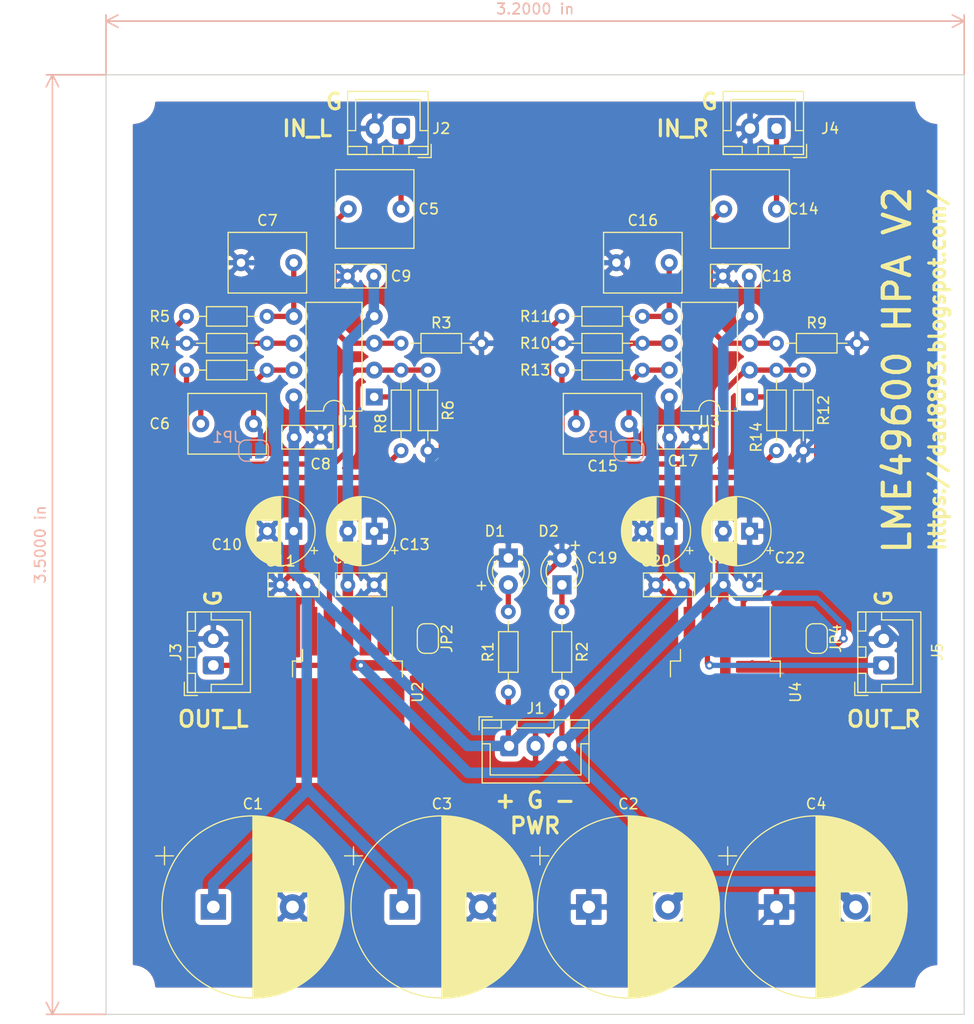
<source format=kicad_pcb>
(kicad_pcb (version 20171130) (host pcbnew "(5.1.4)-1")
  (layers (0 F.Cu signal) (31 B.Cu signal) (34 B.Paste user) (35 F.Paste user) (36 B.SilkS user) (37 F.SilkS user) (38 B.Mask user) (39 F.Mask user) (44 Edge.Cuts user))
  (net 0 "")
  (net 1 GNDA)
  (net 2 +9V)
  (net 3 -9V)
  (net 4 "Net-(C5-Pad2)")
  (net 5 "Net-(C5-Pad1)")
  (net 6 "Net-(C6-Pad2)")
  (net 7 "Net-(C6-Pad1)")
  (net 8 "Net-(C7-Pad2)")
  (net 9 "Net-(C14-Pad2)")
  (net 10 "Net-(C14-Pad1)")
  (net 11 "Net-(C15-Pad2)")
  (net 12 "Net-(C15-Pad1)")
  (net 13 "Net-(C16-Pad2)")
  (net 14 "Net-(D1-Pad2)")
  (net 15 "Net-(J3-Pad1)")
  (net 16 "Net-(J5-Pad1)")
  (net 17 "Net-(JP2-Pad1)")
  (net 18 "Net-(JP4-Pad1)")
  (net 19 "Net-(R6-Pad1)")
  (net 20 "Net-(R12-Pad1)")
  (net 21 "Net-(U1-Pad1)")
  (net 22 "Net-(U3-Pad1)")
  (net 23 "Net-(D2-Pad1)")
  (module Package_DIP:DIP-8_W7.62mm (layer F.Cu) (at 170.18 78.74 180)
    (fp_text reference U3 (at 3.81 -2.33) (layer F.SilkS))
    (fp_text value NJM4580)
    (pad 8 thru_hole oval (at 7.62 0 180) (size 1.6 1.6) (drill 0.8) (layers *.Cu *.Mask) (net 2 +9V))
    (pad 4 thru_hole oval (at 0 7.62 180) (size 1.6 1.6) (drill 0.8) (layers *.Cu *.Mask) (net 3 -9V))
    (pad 7 thru_hole oval (at 7.62 2.54 180) (size 1.6 1.6) (drill 0.8) (layers *.Cu *.Mask) (net 12 "Net-(C15-Pad1)"))
    (pad 3 thru_hole oval (at 0 5.08 180) (size 1.6 1.6) (drill 0.8) (layers *.Cu *.Mask) (net 10 "Net-(C14-Pad1)"))
    (pad 6 thru_hole oval (at 7.62 5.08 180) (size 1.6 1.6) (drill 0.8) (layers *.Cu *.Mask) (net 11 "Net-(C15-Pad2)"))
    (pad 2 thru_hole oval (at 0 2.54 180) (size 1.6 1.6) (drill 0.8) (layers *.Cu *.Mask) (net 20 "Net-(R12-Pad1)"))
    (pad 5 thru_hole oval (at 7.62 7.62 180) (size 1.6 1.6) (drill 0.8) (layers *.Cu *.Mask) (net 13 "Net-(C16-Pad2)"))
    (pad 1 thru_hole rect (at 0 0 180) (size 1.6 1.6) (drill 0.8) (layers *.Cu *.Mask) (net 22 "Net-(U3-Pad1)"))
  )
  (module Package_DIP:DIP-8_W7.62mm (layer F.Cu) (at 134.62 78.74 180)
    (fp_text reference U1 (at 2.54 -2.33) (layer F.SilkS))
    (fp_text value NJM4580)
    (pad 8 thru_hole oval (at 7.62 0 180) (size 1.6 1.6) (drill 0.8) (layers *.Cu *.Mask) (net 2 +9V))
    (pad 4 thru_hole oval (at 0 7.62 180) (size 1.6 1.6) (drill 0.8) (layers *.Cu *.Mask) (net 3 -9V))
    (pad 7 thru_hole oval (at 7.62 2.54 180) (size 1.6 1.6) (drill 0.8) (layers *.Cu *.Mask) (net 7 "Net-(C6-Pad1)"))
    (pad 3 thru_hole oval (at 0 5.08 180) (size 1.6 1.6) (drill 0.8) (layers *.Cu *.Mask) (net 5 "Net-(C5-Pad1)"))
    (pad 6 thru_hole oval (at 7.62 5.08 180) (size 1.6 1.6) (drill 0.8) (layers *.Cu *.Mask) (net 6 "Net-(C6-Pad2)"))
    (pad 2 thru_hole oval (at 0 2.54 180) (size 1.6 1.6) (drill 0.8) (layers *.Cu *.Mask) (net 19 "Net-(R6-Pad1)"))
    (pad 5 thru_hole oval (at 7.62 7.62 180) (size 1.6 1.6) (drill 0.8) (layers *.Cu *.Mask) (net 8 "Net-(C7-Pad2)"))
    (pad 1 thru_hole rect (at 0 0 180) (size 1.6 1.6) (drill 0.8) (layers *.Cu *.Mask) (net 21 "Net-(U1-Pad1)"))
  )
  (module Package_TO_SOT_SMD:TO-263-5_TabPin3 (layer F.Cu) (at 132.08 106.68 270)
    (fp_text reference U2 (at 0 -6.65 90) (layer F.SilkS))
    (fp_text value LME49600)
    (pad 3 smd rect (at 3.375 0 270) (size 9.4 10.8) (layers F.Cu F.Mask) (net 3 -9V))
    (pad 5 smd rect (at -5.775 3.4 270) (size 4.6 1.1) (layers F.Cu F.Paste F.Mask) (net 2 +9V))
    (pad 4 smd rect (at -5.775 1.7 270) (size 4.6 1.1) (layers F.Cu F.Paste F.Mask) (net 15 "Net-(J3-Pad1)"))
    (pad 3 smd rect (at -5.775 0 270) (size 4.6 1.1) (layers F.Cu F.Paste F.Mask) (net 3 -9V))
    (pad 2 smd rect (at -5.775 -1.7 270) (size 4.6 1.1) (layers F.Cu F.Paste F.Mask) (net 21 "Net-(U1-Pad1)"))
    (pad 1 smd rect (at -5.775 -3.4 270) (size 4.6 1.1) (layers F.Cu F.Paste F.Mask) (net 17 "Net-(JP2-Pad1)"))
  )
  (module Capacitor_THT:CP_Radial_D17.0mm_P7.50mm (layer F.Cu) (at 119.38 127)
    (fp_text reference C1 (at 3.75 -9.75) (layer F.SilkS))
    (fp_text value 470uF)
    (pad 2 thru_hole circle (at 7.5 0) (size 2.4 2.4) (drill 1.2) (layers *.Cu *.Mask) (net 1 GNDA))
    (pad 1 thru_hole rect (at 0 0) (size 2.4 2.4) (drill 1.2) (layers *.Cu *.Mask) (net 2 +9V))
  )
  (module Capacitor_THT:CP_Radial_D17.0mm_P7.50mm (layer F.Cu) (at 154.94 127)
    (fp_text reference C2 (at 3.75 -9.75) (layer F.SilkS))
    (fp_text value 470uF)
    (pad 2 thru_hole circle (at 7.5 0) (size 2.4 2.4) (drill 1.2) (layers *.Cu *.Mask) (net 3 -9V))
    (pad 1 thru_hole rect (at 0 0) (size 2.4 2.4) (drill 1.2) (layers *.Cu *.Mask) (net 1 GNDA))
  )
  (module Connector_JST:JST_XH_B3B-XH-A_1x03_P2.50mm_Vertical (layer F.Cu) (at 147.4 111.76)
    (fp_text reference J1 (at 2.5 -3.55) (layer F.SilkS))
    (fp_text value PWR_IN)
    (pad 3 thru_hole oval (at 5 0) (size 1.7 1.95) (drill 0.95) (layers *.Cu *.Mask) (net 3 -9V))
    (pad 2 thru_hole oval (at 2.5 0) (size 1.7 1.95) (drill 0.95) (layers *.Cu *.Mask) (net 1 GNDA))
    (pad 1 thru_hole roundrect (at 0 0) (size 1.7 1.95) (drill 0.95) (layers *.Cu *.Mask) (roundrect_rratio 0.147059) (net 2 +9V))
  )
  (module Capacitor_THT:CP_Radial_D17.0mm_P7.50mm (layer F.Cu) (at 137.28 127)
    (fp_text reference C3 (at 3.75 -9.75) (layer F.SilkS))
    (fp_text value 470uF)
    (pad 2 thru_hole circle (at 7.5 0) (size 2.4 2.4) (drill 1.2) (layers *.Cu *.Mask) (net 1 GNDA))
    (pad 1 thru_hole rect (at 0 0) (size 2.4 2.4) (drill 1.2) (layers *.Cu *.Mask) (net 2 +9V))
  )
  (module MountingHole:MountingHole_3.2mm_M3 (layer F.Cu) (at 111.76 134.62)
    (fp_text reference REF**)
    (fp_text value MountingHole_3.2mm_M3)
    (pad 1 np_thru_hole circle (at 0 0) (size 3.2 3.2) (drill 3.2) (layers *.Cu *.Mask))
  )
  (module MountingHole:MountingHole_3.2mm_M3 (layer F.Cu) (at 187.96 134.62)
    (fp_text reference REF** hide)
    (fp_text value MountingHole_3.2mm_M3)
    (pad 1 np_thru_hole circle (at 0 0) (size 3.2 3.2) (drill 3.2) (layers *.Cu *.Mask))
  )
  (module MountingHole:MountingHole_3.2mm_M3 (layer F.Cu) (at 187.96 50.8)
    (fp_text reference REF**)
    (fp_text value MountingHole_3.2mm_M3)
    (pad 1 np_thru_hole circle (at 0 0) (size 3.2 3.2) (drill 3.2) (layers *.Cu *.Mask))
  )
  (module MountingHole:MountingHole_3.2mm_M3 (layer F.Cu) (at 111.76 50.8)
    (fp_text reference REF**)
    (fp_text value MountingHole_3.2mm_M3)
    (pad 1 np_thru_hole circle (at 0 0) (size 3.2 3.2) (drill 3.2) (layers *.Cu *.Mask))
  )
  (module Connector_JST:JST_XH_B2B-XH-A_1x02_P2.50mm_Vertical (layer F.Cu) (at 172.72 53.34 180)
    (fp_text reference J4 (at -5.08 0) (layer F.SilkS))
    (fp_text value IN_R)
    (pad 2 thru_hole oval (at 2.5 0 180) (size 1.7 2) (drill 1) (layers *.Cu *.Mask) (net 1 GNDA))
    (pad 1 thru_hole roundrect (at 0 0 180) (size 1.7 2) (drill 1) (layers *.Cu *.Mask) (roundrect_rratio 0.147059) (net 9 "Net-(C14-Pad2)"))
  )
  (module Resistor_THT:R_Axial_DIN0204_L3.6mm_D1.6mm_P7.62mm_Horizontal (layer F.Cu) (at 152.4 76.2)
    (fp_text reference R13 (at -2.54 0) (layer F.SilkS))
    (fp_text value 1k)
    (pad 2 thru_hole oval (at 7.62 0) (size 1.4 1.4) (drill 0.7) (layers *.Cu *.Mask) (net 12 "Net-(C15-Pad1)"))
    (pad 1 thru_hole circle (at 0 0) (size 1.4 1.4) (drill 0.7) (layers *.Cu *.Mask) (net 20 "Net-(R12-Pad1)"))
  )
  (module Capacitor_THT:C_Rect_L7.2mm_W5.5mm_P5.00mm_FKS2_FKP2_MKS2_MKP2 (layer F.Cu) (at 123.19 81.28 180)
    (fp_text reference C6 (at 8.89 0) (layer F.SilkS))
    (fp_text value 1.0uF)
    (pad 2 thru_hole circle (at 5 0 180) (size 1.6 1.6) (drill 0.8) (layers *.Cu *.Mask) (net 6 "Net-(C6-Pad2)"))
    (pad 1 thru_hole circle (at 0 0 180) (size 1.6 1.6) (drill 0.8) (layers *.Cu *.Mask) (net 7 "Net-(C6-Pad1)"))
  )
  (module Resistor_THT:R_Axial_DIN0204_L3.6mm_D1.6mm_P7.62mm_Horizontal (layer F.Cu) (at 172.72 83.82 90)
    (fp_text reference R14 (at 1.27 -1.92 90) (layer F.SilkS))
    (fp_text value 1k)
    (pad 2 thru_hole oval (at 7.62 0 90) (size 1.4 1.4) (drill 0.7) (layers *.Cu *.Mask) (net 20 "Net-(R12-Pad1)"))
    (pad 1 thru_hole circle (at 0 0 90) (size 1.4 1.4) (drill 0.7) (layers *.Cu *.Mask) (net 16 "Net-(J5-Pad1)"))
  )
  (module Resistor_THT:R_Axial_DIN0204_L3.6mm_D1.6mm_P7.62mm_Horizontal (layer F.Cu) (at 175.26 76.2 270)
    (fp_text reference R12 (at 3.81 -1.92 90) (layer F.SilkS))
    (fp_text value 1k)
    (pad 2 thru_hole oval (at 7.62 0 270) (size 1.4 1.4) (drill 0.7) (layers *.Cu *.Mask) (net 1 GNDA))
    (pad 1 thru_hole circle (at 0 0 270) (size 1.4 1.4) (drill 0.7) (layers *.Cu *.Mask) (net 20 "Net-(R12-Pad1)"))
  )
  (module Resistor_THT:R_Axial_DIN0204_L3.6mm_D1.6mm_P7.62mm_Horizontal (layer F.Cu) (at 160.02 71.12 180)
    (fp_text reference R11 (at 10.16 0) (layer F.SilkS))
    (fp_text value 1M)
    (pad 2 thru_hole oval (at 7.62 0 180) (size 1.4 1.4) (drill 0.7) (layers *.Cu *.Mask) (net 16 "Net-(J5-Pad1)"))
    (pad 1 thru_hole circle (at 0 0 180) (size 1.4 1.4) (drill 0.7) (layers *.Cu *.Mask) (net 13 "Net-(C16-Pad2)"))
  )
  (module Resistor_THT:R_Axial_DIN0204_L3.6mm_D1.6mm_P7.62mm_Horizontal (layer F.Cu) (at 160.02 73.66 180)
    (fp_text reference R10 (at 10.16 0) (layer F.SilkS))
    (fp_text value 1M)
    (pad 2 thru_hole oval (at 7.62 0 180) (size 1.4 1.4) (drill 0.7) (layers *.Cu *.Mask) (net 1 GNDA))
    (pad 1 thru_hole circle (at 0 0 180) (size 1.4 1.4) (drill 0.7) (layers *.Cu *.Mask) (net 11 "Net-(C15-Pad2)"))
  )
  (module Resistor_THT:R_Axial_DIN0204_L3.6mm_D1.6mm_P7.62mm_Horizontal (layer F.Cu) (at 172.72 73.66)
    (fp_text reference R9 (at 3.81 -1.92) (layer F.SilkS))
    (fp_text value 47k)
    (pad 2 thru_hole oval (at 7.62 0) (size 1.4 1.4) (drill 0.7) (layers *.Cu *.Mask) (net 1 GNDA))
    (pad 1 thru_hole circle (at 0 0) (size 1.4 1.4) (drill 0.7) (layers *.Cu *.Mask) (net 10 "Net-(C14-Pad1)"))
  )
  (module Resistor_THT:R_Axial_DIN0204_L3.6mm_D1.6mm_P7.62mm_Horizontal (layer F.Cu) (at 137.16 83.82 90)
    (fp_text reference R8 (at 2.54 -1.92 90) (layer F.SilkS))
    (fp_text value 1k)
    (pad 2 thru_hole oval (at 7.62 0 90) (size 1.4 1.4) (drill 0.7) (layers *.Cu *.Mask) (net 19 "Net-(R6-Pad1)"))
    (pad 1 thru_hole circle (at 0 0 90) (size 1.4 1.4) (drill 0.7) (layers *.Cu *.Mask) (net 15 "Net-(J3-Pad1)"))
  )
  (module Resistor_THT:R_Axial_DIN0204_L3.6mm_D1.6mm_P7.62mm_Horizontal (layer F.Cu) (at 116.84 76.2)
    (fp_text reference R7 (at -2.54 0) (layer F.SilkS))
    (fp_text value 1k)
    (pad 2 thru_hole oval (at 7.62 0) (size 1.4 1.4) (drill 0.7) (layers *.Cu *.Mask) (net 7 "Net-(C6-Pad1)"))
    (pad 1 thru_hole circle (at 0 0) (size 1.4 1.4) (drill 0.7) (layers *.Cu *.Mask) (net 19 "Net-(R6-Pad1)"))
  )
  (module Resistor_THT:R_Axial_DIN0204_L3.6mm_D1.6mm_P7.62mm_Horizontal (layer F.Cu) (at 139.7 76.2 270)
    (fp_text reference R6 (at 3.81 -1.92 90) (layer F.SilkS))
    (fp_text value 1k)
    (pad 2 thru_hole oval (at 7.62 0 270) (size 1.4 1.4) (drill 0.7) (layers *.Cu *.Mask) (net 1 GNDA))
    (pad 1 thru_hole circle (at 0 0 270) (size 1.4 1.4) (drill 0.7) (layers *.Cu *.Mask) (net 19 "Net-(R6-Pad1)"))
  )
  (module Resistor_THT:R_Axial_DIN0204_L3.6mm_D1.6mm_P7.62mm_Horizontal (layer F.Cu) (at 124.46 71.12 180)
    (fp_text reference R5 (at 10.16 0) (layer F.SilkS))
    (fp_text value 1M)
    (pad 2 thru_hole oval (at 7.62 0 180) (size 1.4 1.4) (drill 0.7) (layers *.Cu *.Mask) (net 15 "Net-(J3-Pad1)"))
    (pad 1 thru_hole circle (at 0 0 180) (size 1.4 1.4) (drill 0.7) (layers *.Cu *.Mask) (net 8 "Net-(C7-Pad2)"))
  )
  (module Resistor_THT:R_Axial_DIN0204_L3.6mm_D1.6mm_P7.62mm_Horizontal (layer F.Cu) (at 124.46 73.66 180)
    (fp_text reference R4 (at 10.16 0) (layer F.SilkS))
    (fp_text value 1M)
    (pad 2 thru_hole oval (at 7.62 0 180) (size 1.4 1.4) (drill 0.7) (layers *.Cu *.Mask) (net 1 GNDA))
    (pad 1 thru_hole circle (at 0 0 180) (size 1.4 1.4) (drill 0.7) (layers *.Cu *.Mask) (net 6 "Net-(C6-Pad2)"))
  )
  (module Resistor_THT:R_Axial_DIN0204_L3.6mm_D1.6mm_P7.62mm_Horizontal (layer F.Cu) (at 137.16 73.66)
    (fp_text reference R3 (at 3.81 -1.92) (layer F.SilkS))
    (fp_text value 47k)
    (pad 2 thru_hole oval (at 7.62 0) (size 1.4 1.4) (drill 0.7) (layers *.Cu *.Mask) (net 1 GNDA))
    (pad 1 thru_hole circle (at 0 0) (size 1.4 1.4) (drill 0.7) (layers *.Cu *.Mask) (net 5 "Net-(C5-Pad1)"))
  )
  (module Resistor_THT:R_Axial_DIN0204_L3.6mm_D1.6mm_P7.62mm_Horizontal (layer F.Cu) (at 152.4 99.06 270)
    (fp_text reference R2 (at 3.81 -1.92 90) (layer F.SilkS))
    (fp_text value 1k)
    (pad 2 thru_hole oval (at 7.62 0 270) (size 1.4 1.4) (drill 0.7) (layers *.Cu *.Mask) (net 3 -9V))
    (pad 1 thru_hole circle (at 0 0 270) (size 1.4 1.4) (drill 0.7) (layers *.Cu *.Mask) (net 23 "Net-(D2-Pad1)"))
  )
  (module Resistor_THT:R_Axial_DIN0204_L3.6mm_D1.6mm_P7.62mm_Horizontal (layer F.Cu) (at 147.32 106.68 90)
    (fp_text reference R1 (at 3.81 -1.92 90) (layer F.SilkS))
    (fp_text value 1k)
    (pad 2 thru_hole oval (at 7.62 0 90) (size 1.4 1.4) (drill 0.7) (layers *.Cu *.Mask) (net 14 "Net-(D1-Pad2)"))
    (pad 1 thru_hole circle (at 0 0 90) (size 1.4 1.4) (drill 0.7) (layers *.Cu *.Mask) (net 2 +9V))
  )
  (module Connector_JST:JST_XH_B2B-XH-A_1x02_P2.50mm_Vertical (layer F.Cu) (at 137.16 53.34 180)
    (fp_text reference J2 (at -3.81 0) (layer F.SilkS))
    (fp_text value IN_L)
    (pad 2 thru_hole oval (at 2.5 0 180) (size 1.7 2) (drill 1) (layers *.Cu *.Mask) (net 1 GNDA))
    (pad 1 thru_hole roundrect (at 0 0 180) (size 1.7 2) (drill 1) (layers *.Cu *.Mask) (roundrect_rratio 0.147059) (net 4 "Net-(C5-Pad2)"))
  )
  (module Capacitor_THT:C_Rect_L4.6mm_W2.0mm_P2.50mm_MKS02_FKP02 (layer F.Cu) (at 170.18 96.52 180)
    (fp_text reference C21 (at 2.54 2.54) (layer F.SilkS))
    (fp_text value 0.1uF)
    (pad 2 thru_hole circle (at 2.5 0 180) (size 1.4 1.4) (drill 0.7) (layers *.Cu *.Mask) (net 3 -9V))
    (pad 1 thru_hole circle (at 0 0 180) (size 1.4 1.4) (drill 0.7) (layers *.Cu *.Mask) (net 1 GNDA))
  )
  (module Capacitor_THT:C_Rect_L4.6mm_W2.0mm_P2.50mm_MKS02_FKP02 (layer F.Cu) (at 132.08 67.31)
    (fp_text reference C9 (at 5.08 0) (layer F.SilkS))
    (fp_text value 0.1uF)
    (pad 2 thru_hole circle (at 2.5 0) (size 1.4 1.4) (drill 0.7) (layers *.Cu *.Mask) (net 3 -9V))
    (pad 1 thru_hole circle (at 0 0) (size 1.4 1.4) (drill 0.7) (layers *.Cu *.Mask) (net 1 GNDA))
  )
  (module Capacitor_THT:C_Rect_L7.2mm_W5.5mm_P5.00mm_FKS2_FKP2_MKS2_MKP2 (layer F.Cu) (at 122 66.04)
    (fp_text reference C7 (at 2.5 -4) (layer F.SilkS))
    (fp_text value 1.0uF)
    (pad 2 thru_hole circle (at 5 0) (size 1.6 1.6) (drill 0.8) (layers *.Cu *.Mask) (net 8 "Net-(C7-Pad2)"))
    (pad 1 thru_hole circle (at 0 0) (size 1.6 1.6) (drill 0.8) (layers *.Cu *.Mask) (net 1 GNDA))
  )
  (module Capacitor_THT:C_Rect_L4.6mm_W2.0mm_P2.50mm_MKS02_FKP02 (layer F.Cu) (at 167.64 67.31)
    (fp_text reference C18 (at 5.08 0) (layer F.SilkS))
    (fp_text value 0.1uF)
    (pad 2 thru_hole circle (at 2.5 0) (size 1.4 1.4) (drill 0.7) (layers *.Cu *.Mask) (net 3 -9V))
    (pad 1 thru_hole circle (at 0 0) (size 1.4 1.4) (drill 0.7) (layers *.Cu *.Mask) (net 1 GNDA))
  )
  (module Package_TO_SOT_SMD:TO-263-5_TabPin3 (layer F.Cu) (at 167.875 106.68 270)
    (fp_text reference U4 (at 0 -6.65 90) (layer F.SilkS))
    (fp_text value LME49600)
    (pad 3 smd rect (at 3.375 0 270) (size 9.4 10.8) (layers F.Cu F.Mask) (net 3 -9V))
    (pad 5 smd rect (at -5.775 3.4 270) (size 4.6 1.1) (layers F.Cu F.Paste F.Mask) (net 2 +9V))
    (pad 4 smd rect (at -5.775 1.7 270) (size 4.6 1.1) (layers F.Cu F.Paste F.Mask) (net 16 "Net-(J5-Pad1)"))
    (pad 3 smd rect (at -5.775 0 270) (size 4.6 1.1) (layers F.Cu F.Paste F.Mask) (net 3 -9V))
    (pad 2 smd rect (at -5.775 -1.7 270) (size 4.6 1.1) (layers F.Cu F.Paste F.Mask) (net 22 "Net-(U3-Pad1)"))
    (pad 1 smd rect (at -5.775 -3.4 270) (size 4.6 1.1) (layers F.Cu F.Paste F.Mask) (net 18 "Net-(JP4-Pad1)"))
  )
  (module Jumper:SolderJumper-2_P1.3mm_Open_RoundedPad1.0x1.5mm (layer F.Cu) (at 176.53 101.6 270)
    (fp_text reference JP4 (at 0 -1.8 90) (layer F.SilkS))
    (fp_text value SolderJumper_2_Open)
    (pad 2 smd custom (at 0.65 0 270) (size 1 0.5) (layers F.Cu F.Mask) (net 3 -9V) (options (clearance outline) (anchor rect)) (primitives (gr_circle (center 0 0.25) (end 0.5 0.25) (width 0)) (gr_circle (center 0 -0.25) (end 0.5 -0.25) (width 0)) (gr_poly (pts (xy 0 -0.75) (xy -0.5 -0.75) (xy -0.5 0.75) (xy 0 0.75)) (width 0))))
    (pad 1 smd custom (at -0.65 0 270) (size 1 0.5) (layers F.Cu F.Mask) (net 18 "Net-(JP4-Pad1)") (options (clearance outline) (anchor rect)) (primitives (gr_circle (center 0 0.25) (end 0.5 0.25) (width 0)) (gr_circle (center 0 -0.25) (end 0.5 -0.25) (width 0)) (gr_poly (pts (xy 0 -0.75) (xy 0.5 -0.75) (xy 0.5 0.75) (xy 0 0.75)) (width 0))))
  )
  (module Jumper:SolderJumper-2_P1.3mm_Open_RoundedPad1.0x1.5mm (layer B.Cu) (at 158.75 83.82 180)
    (fp_text reference JP3 (at 2.54 1.27) (layer B.SilkS) (effects (justify mirror)))
    (fp_text value SolderJumper_2_Open)
    (pad 2 smd custom (at 0.65 0 180) (size 1 0.5) (layers B.Cu B.Mask) (net 1 GNDA) (options (clearance outline) (anchor rect)) (primitives (gr_circle (center 0 -0.25) (end 0.5 -0.25) (width 0)) (gr_circle (center 0 0.25) (end 0.5 0.25) (width 0)) (gr_poly (pts (xy 0 0.75) (xy -0.5 0.75) (xy -0.5 -0.75) (xy 0 -0.75)) (width 0))))
    (pad 1 smd custom (at -0.65 0 180) (size 1 0.5) (layers B.Cu B.Mask) (net 12 "Net-(C15-Pad1)") (options (clearance outline) (anchor rect)) (primitives (gr_circle (center 0 -0.25) (end 0.5 -0.25) (width 0)) (gr_circle (center 0 0.25) (end 0.5 0.25) (width 0)) (gr_poly (pts (xy 0 0.75) (xy 0.5 0.75) (xy 0.5 -0.75) (xy 0 -0.75)) (width 0))))
  )
  (module Jumper:SolderJumper-2_P1.3mm_Open_RoundedPad1.0x1.5mm (layer F.Cu) (at 139.7 101.6 270)
    (fp_text reference JP2 (at 0 -1.8 90) (layer F.SilkS))
    (fp_text value SolderJumper_2_Open)
    (pad 2 smd custom (at 0.65 0 270) (size 1 0.5) (layers F.Cu F.Mask) (net 3 -9V) (options (clearance outline) (anchor rect)) (primitives (gr_circle (center 0 0.25) (end 0.5 0.25) (width 0)) (gr_circle (center 0 -0.25) (end 0.5 -0.25) (width 0)) (gr_poly (pts (xy 0 -0.75) (xy -0.5 -0.75) (xy -0.5 0.75) (xy 0 0.75)) (width 0))))
    (pad 1 smd custom (at -0.65 0 270) (size 1 0.5) (layers F.Cu F.Mask) (net 17 "Net-(JP2-Pad1)") (options (clearance outline) (anchor rect)) (primitives (gr_circle (center 0 0.25) (end 0.5 0.25) (width 0)) (gr_circle (center 0 -0.25) (end 0.5 -0.25) (width 0)) (gr_poly (pts (xy 0 -0.75) (xy 0.5 -0.75) (xy 0.5 0.75) (xy 0 0.75)) (width 0))))
  )
  (module Jumper:SolderJumper-2_P1.3mm_Open_RoundedPad1.0x1.5mm (layer B.Cu) (at 123.19 83.82 180)
    (fp_text reference JP1 (at 2.54 1.27) (layer B.SilkS) (effects (justify mirror)))
    (fp_text value SolderJumper_2_Open)
    (pad 2 smd custom (at 0.65 0 180) (size 1 0.5) (layers B.Cu B.Mask) (net 1 GNDA) (options (clearance outline) (anchor rect)) (primitives (gr_circle (center 0 -0.25) (end 0.5 -0.25) (width 0)) (gr_circle (center 0 0.25) (end 0.5 0.25) (width 0)) (gr_poly (pts (xy 0 0.75) (xy -0.5 0.75) (xy -0.5 -0.75) (xy 0 -0.75)) (width 0))))
    (pad 1 smd custom (at -0.65 0 180) (size 1 0.5) (layers B.Cu B.Mask) (net 7 "Net-(C6-Pad1)") (options (clearance outline) (anchor rect)) (primitives (gr_circle (center 0 -0.25) (end 0.5 -0.25) (width 0)) (gr_circle (center 0 0.25) (end 0.5 0.25) (width 0)) (gr_poly (pts (xy 0 0.75) (xy 0.5 0.75) (xy 0.5 -0.75) (xy 0 -0.75)) (width 0))))
  )
  (module Connector_JST:JST_XH_B2B-XH-A_1x02_P2.50mm_Vertical (layer F.Cu) (at 182.88 104.14 90)
    (fp_text reference J5 (at 1.27 5.08 90) (layer F.SilkS))
    (fp_text value OUT_R)
    (pad 2 thru_hole oval (at 2.5 0 90) (size 1.7 2) (drill 1) (layers *.Cu *.Mask) (net 1 GNDA))
    (pad 1 thru_hole roundrect (at 0 0 90) (size 1.7 2) (drill 1) (layers *.Cu *.Mask) (roundrect_rratio 0.147059) (net 16 "Net-(J5-Pad1)"))
  )
  (module Connector_JST:JST_XH_B2B-XH-A_1x02_P2.50mm_Vertical (layer F.Cu) (at 119.38 104.14 90)
    (fp_text reference J3 (at 1.25 -3.55 90) (layer F.SilkS))
    (fp_text value OUT_L)
    (pad 2 thru_hole oval (at 2.5 0 90) (size 1.7 2) (drill 1) (layers *.Cu *.Mask) (net 1 GNDA))
    (pad 1 thru_hole roundrect (at 0 0 90) (size 1.7 2) (drill 1) (layers *.Cu *.Mask) (roundrect_rratio 0.147059) (net 15 "Net-(J3-Pad1)"))
  )
  (module LED_THT:LED_D3.0mm (layer F.Cu) (at 152.4 96.52 90)
    (fp_text reference D2 (at 5.08 -1.27 180) (layer F.SilkS))
    (fp_text value LED_Blue)
    (pad 2 thru_hole circle (at 2.54 0 90) (size 1.8 1.8) (drill 0.9) (layers *.Cu *.Mask) (net 1 GNDA))
    (pad 1 thru_hole rect (at 0 0 90) (size 1.8 1.8) (drill 0.9) (layers *.Cu *.Mask) (net 23 "Net-(D2-Pad1)"))
  )
  (module LED_THT:LED_D3.0mm (layer F.Cu) (at 147.32 93.98 270)
    (fp_text reference D1 (at -2.54 1.27 180) (layer F.SilkS))
    (fp_text value LED_Red)
    (pad 2 thru_hole circle (at 2.54 0 270) (size 1.8 1.8) (drill 0.9) (layers *.Cu *.Mask) (net 14 "Net-(D1-Pad2)"))
    (pad 1 thru_hole rect (at 0 0 270) (size 1.8 1.8) (drill 0.9) (layers *.Cu *.Mask) (net 1 GNDA))
  )
  (module Capacitor_THT:CP_Radial_D6.3mm_P2.50mm (layer F.Cu) (at 170.18 91.44 180)
    (fp_text reference C22 (at -3.81 -2.54) (layer F.SilkS))
    (fp_text value 10uF)
    (pad 2 thru_hole circle (at 2.5 0 180) (size 1.6 1.6) (drill 0.8) (layers *.Cu *.Mask) (net 3 -9V))
    (pad 1 thru_hole rect (at 0 0 180) (size 1.6 1.6) (drill 0.8) (layers *.Cu *.Mask) (net 1 GNDA))
  )
  (module Capacitor_THT:C_Rect_L4.6mm_W2.0mm_P2.50mm_MKS02_FKP02 (layer F.Cu) (at 161.29 96.52)
    (fp_text reference C20 (at 0 -2.25) (layer F.SilkS))
    (fp_text value 0.1uF)
    (pad 2 thru_hole circle (at 2.5 0) (size 1.4 1.4) (drill 0.7) (layers *.Cu *.Mask) (net 2 +9V))
    (pad 1 thru_hole circle (at 0 0) (size 1.4 1.4) (drill 0.7) (layers *.Cu *.Mask) (net 1 GNDA))
  )
  (module Capacitor_THT:CP_Radial_D6.3mm_P2.50mm (layer F.Cu) (at 162.56 91.44 180)
    (fp_text reference C19 (at 6.35 -2.54) (layer F.SilkS))
    (fp_text value 10uF)
    (pad 2 thru_hole circle (at 2.5 0 180) (size 1.6 1.6) (drill 0.8) (layers *.Cu *.Mask) (net 1 GNDA))
    (pad 1 thru_hole rect (at 0 0 180) (size 1.6 1.6) (drill 0.8) (layers *.Cu *.Mask) (net 2 +9V))
  )
  (module Capacitor_THT:C_Rect_L4.6mm_W2.0mm_P2.50mm_MKS02_FKP02 (layer F.Cu) (at 165.1 82.55 180)
    (fp_text reference C17 (at 1.25 -2.25) (layer F.SilkS))
    (fp_text value 0.1uF)
    (pad 2 thru_hole circle (at 2.5 0 180) (size 1.4 1.4) (drill 0.7) (layers *.Cu *.Mask) (net 2 +9V))
    (pad 1 thru_hole circle (at 0 0 180) (size 1.4 1.4) (drill 0.7) (layers *.Cu *.Mask) (net 1 GNDA))
  )
  (module Capacitor_THT:C_Rect_L7.2mm_W5.5mm_P5.00mm_FKS2_FKP2_MKS2_MKP2 (layer F.Cu) (at 157.56 66.04)
    (fp_text reference C16 (at 2.5 -4) (layer F.SilkS))
    (fp_text value 1.0uF)
    (pad 2 thru_hole circle (at 5 0) (size 1.6 1.6) (drill 0.8) (layers *.Cu *.Mask) (net 13 "Net-(C16-Pad2)"))
    (pad 1 thru_hole circle (at 0 0) (size 1.6 1.6) (drill 0.8) (layers *.Cu *.Mask) (net 1 GNDA))
  )
  (module Capacitor_THT:C_Rect_L7.2mm_W5.5mm_P5.00mm_FKS2_FKP2_MKS2_MKP2 (layer F.Cu) (at 158.75 81.28 180)
    (fp_text reference C15 (at 2.5 -4) (layer F.SilkS))
    (fp_text value 1.0uF)
    (pad 2 thru_hole circle (at 5 0 180) (size 1.6 1.6) (drill 0.8) (layers *.Cu *.Mask) (net 11 "Net-(C15-Pad2)"))
    (pad 1 thru_hole circle (at 0 0 180) (size 1.6 1.6) (drill 0.8) (layers *.Cu *.Mask) (net 12 "Net-(C15-Pad1)"))
  )
  (module Capacitor_THT:C_Rect_L7.2mm_W7.2mm_P5.00mm_FKS2_FKP2_MKS2_MKP2 (layer F.Cu) (at 167.72 60.96)
    (fp_text reference C14 (at 7.54 0) (layer F.SilkS))
    (fp_text value 2.2uF)
    (pad 2 thru_hole circle (at 5 0) (size 1.6 1.6) (drill 0.8) (layers *.Cu *.Mask) (net 9 "Net-(C14-Pad2)"))
    (pad 1 thru_hole circle (at 0 0) (size 1.6 1.6) (drill 0.8) (layers *.Cu *.Mask) (net 10 "Net-(C14-Pad1)"))
  )
  (module Capacitor_THT:CP_Radial_D6.3mm_P2.50mm (layer F.Cu) (at 134.62 91.44 180)
    (fp_text reference C13 (at -3.81 -1.27) (layer F.SilkS))
    (fp_text value 10uF)
    (pad 2 thru_hole circle (at 2.5 0 180) (size 1.6 1.6) (drill 0.8) (layers *.Cu *.Mask) (net 3 -9V))
    (pad 1 thru_hole rect (at 0 0 180) (size 1.6 1.6) (drill 0.8) (layers *.Cu *.Mask) (net 1 GNDA))
  )
  (module Capacitor_THT:C_Rect_L4.6mm_W2.0mm_P2.50mm_MKS02_FKP02 (layer F.Cu) (at 134.62 96.52 180)
    (fp_text reference C12 (at 2.54 2.54) (layer F.SilkS))
    (fp_text value 0.1uF)
    (pad 2 thru_hole circle (at 2.5 0 180) (size 1.4 1.4) (drill 0.7) (layers *.Cu *.Mask) (net 3 -9V))
    (pad 1 thru_hole circle (at 0 0 180) (size 1.4 1.4) (drill 0.7) (layers *.Cu *.Mask) (net 1 GNDA))
  )
  (module Capacitor_THT:C_Rect_L4.6mm_W2.0mm_P2.50mm_MKS02_FKP02 (layer F.Cu) (at 125.73 96.52)
    (fp_text reference C11 (at 0 -2.25) (layer F.SilkS))
    (fp_text value 0.1uF)
    (pad 2 thru_hole circle (at 2.5 0) (size 1.4 1.4) (drill 0.7) (layers *.Cu *.Mask) (net 2 +9V))
    (pad 1 thru_hole circle (at 0 0) (size 1.4 1.4) (drill 0.7) (layers *.Cu *.Mask) (net 1 GNDA))
  )
  (module Capacitor_THT:CP_Radial_D6.3mm_P2.50mm (layer F.Cu) (at 127 91.44 180)
    (fp_text reference C10 (at 6.35 -1.27) (layer F.SilkS))
    (fp_text value 10uF)
    (pad 2 thru_hole circle (at 2.5 0 180) (size 1.6 1.6) (drill 0.8) (layers *.Cu *.Mask) (net 1 GNDA))
    (pad 1 thru_hole rect (at 0 0 180) (size 1.6 1.6) (drill 0.8) (layers *.Cu *.Mask) (net 2 +9V))
  )
  (module Capacitor_THT:C_Rect_L4.6mm_W2.0mm_P2.50mm_MKS02_FKP02 (layer F.Cu) (at 129.54 82.55 180)
    (fp_text reference C8 (at 0 -2.54) (layer F.SilkS))
    (fp_text value 0.1uF)
    (pad 2 thru_hole circle (at 2.5 0 180) (size 1.4 1.4) (drill 0.7) (layers *.Cu *.Mask) (net 2 +9V))
    (pad 1 thru_hole circle (at 0 0 180) (size 1.4 1.4) (drill 0.7) (layers *.Cu *.Mask) (net 1 GNDA))
  )
  (module Capacitor_THT:C_Rect_L7.2mm_W7.2mm_P5.00mm_FKS2_FKP2_MKS2_MKP2 (layer F.Cu) (at 132.16 60.96)
    (fp_text reference C5 (at 7.62 0) (layer F.SilkS))
    (fp_text value 2.2uF)
    (pad 2 thru_hole circle (at 5 0) (size 1.6 1.6) (drill 0.8) (layers *.Cu *.Mask) (net 4 "Net-(C5-Pad2)"))
    (pad 1 thru_hole circle (at 0 0) (size 1.6 1.6) (drill 0.8) (layers *.Cu *.Mask) (net 5 "Net-(C5-Pad1)"))
  )
  (module Capacitor_THT:CP_Radial_D17.0mm_P7.50mm (layer F.Cu) (at 172.72 127)
    (fp_text reference C4 (at 3.75 -9.75) (layer F.SilkS))
    (fp_text value 470uF)
    (pad 2 thru_hole circle (at 7.5 0) (size 2.4 2.4) (drill 1.2) (layers *.Cu *.Mask) (net 3 -9V))
    (pad 1 thru_hole rect (at 0 0) (size 2.4 2.4) (drill 1.2) (layers *.Cu *.Mask) (net 1 GNDA))
  )
  (gr_text + (at 144.78 96.52) (layer F.SilkS) (effects (font (size 1 1))))
  (gr_text + (at 153.67 92.71) (layer F.SilkS) (effects (font (size 1 1))))
  (gr_text https://dad8893.blogspot.com/ (at 187.96 76.2 90) (layer F.SilkS) (effects (font (size 1.5 1.4) (thickness 0.3))))
  (gr_text "LME49600 HPA V2" (at 184.15 76.2 90) (layer F.SilkS) (effects (font (size 2.5 2.5) (thickness 0.4))))
  (gr_text G (at 119.38 97.79 90) (layer F.SilkS) (effects (font (size 1.5 1.5) (thickness 0.3))))
  (gr_text G (at 182.88 97.79 90) (layer F.SilkS) (effects (font (size 1.5 1.5) (thickness 0.3))))
  (gr_text G (at 166.37 50.8) (layer F.SilkS) (effects (font (size 1.5 1.5) (thickness 0.3))))
  (gr_text G (at 130.81 50.8) (layer F.SilkS) (effects (font (size 1.5 1.5) (thickness 0.3))))
  (dimension 88.9 (width 0.15) (layer B.SilkS) (gr_text "88.900 mm" (at 102.84 92.71 270) (layer B.SilkS) (effects (font (size 1 1) (thickness 0.15)))) (feature1 (pts (xy 109.22 137.16) (xy 103.553579 137.16))) (feature2 (pts (xy 109.22 48.26) (xy 103.553579 48.26))) (crossbar (pts (xy 104.14 48.26) (xy 104.14 137.16))) (arrow1a (pts (xy 104.14 137.16) (xy 103.553579 136.033496))) (arrow1b (pts (xy 104.14 137.16) (xy 104.726421 136.033496))) (arrow2a (pts (xy 104.14 48.26) (xy 103.553579 49.386504))) (arrow2b (pts (xy 104.14 48.26) (xy 104.726421 49.386504))))
  (dimension 81.28 (width 0.15) (layer B.SilkS) (gr_text "81.280 mm" (at 149.86 41.88) (layer B.SilkS) (effects (font (size 1 1) (thickness 0.15)))) (feature1 (pts (xy 190.5 48.26) (xy 190.5 42.593579))) (feature2 (pts (xy 109.22 48.26) (xy 109.22 42.593579))) (crossbar (pts (xy 109.22 43.18) (xy 190.5 43.18))) (arrow1a (pts (xy 190.5 43.18) (xy 189.373496 43.766421))) (arrow1b (pts (xy 190.5 43.18) (xy 189.373496 42.593579))) (arrow2a (pts (xy 109.22 43.18) (xy 110.346504 43.766421))) (arrow2b (pts (xy 109.22 43.18) (xy 110.346504 42.593579))))
  (gr_text "+ G -\nPWR" (at 149.86 118.11) (layer F.SilkS) (effects (font (size 1.5 1.5) (thickness 0.3))))
  (gr_text IN_R (at 163.83 53.34) (layer F.SilkS) (effects (font (size 1.5 1.5) (thickness 0.3))))
  (gr_text IN_L (at 128.27 53.34) (layer F.SilkS) (effects (font (size 1.5 1.5) (thickness 0.3))))
  (gr_text OUT_L (at 119.38 109.22) (layer F.SilkS) (effects (font (size 1.5 1.5) (thickness 0.3))))
  (gr_text OUT_R (at 182.88 109.22) (layer F.SilkS) (effects (font (size 1.5 1.5) (thickness 0.3))))
  (gr_line (start 109.22 48.26) (end 190.5 48.26) (layer Edge.Cuts) (width 0.1))
  (gr_line (start 190.5 48.26) (end 190.5 137.16) (layer Edge.Cuts) (width 0.1))
  (gr_line (start 109.22 137.16) (end 109.22 48.26) (layer Edge.Cuts) (width 0.1))
  (gr_line (start 190.5 137.16) (end 109.22 137.16) (layer Edge.Cuts) (width 0.1))
  (segment (start 123.13137 66.04) (end 122 66.04) (width 0.5) (layer B.Cu) (net 1))
  (segment (start 134.66 55.88) (end 134.66 56.03) (width 0.5) (layer B.Cu) (net 1))
  (segment (start 134.66 53.38) (end 134.7 53.34) (width 0.5) (layer B.Cu) (net 1))
  (segment (start 125.248051 96.52) (end 126.238 96.52) (width 0.5) (layer B.Cu) (net 1))
  (segment (start 119.38 100.29) (end 123.15 96.52) (width 0.5) (layer B.Cu) (net 1))
  (segment (start 119.38 101.64) (end 119.38 100.29) (width 0.5) (layer B.Cu) (net 1))
  (segment (start 122 66.04) (end 116.84 66.04) (width 0.5) (layer B.Cu) (net 1))
  (segment (start 116.84 66.04) (end 114.3 68.58) (width 0.5) (layer B.Cu) (net 1))
  (segment (start 114.3 68.58) (end 114.3 85.09) (width 0.5) (layer B.Cu) (net 1))
  (segment (start 114.3 85.09) (end 118.11 88.9) (width 0.5) (layer B.Cu) (net 1))
  (segment (start 122.54 83.82) (end 122.54 88.28) (width 0.5) (layer B.Cu) (net 1))
  (segment (start 118.11 88.9) (end 121.92 88.9) (width 0.5) (layer B.Cu) (net 1))
  (segment (start 134.66 56.03) (end 129.635 61.055) (width 0.5) (layer B.Cu) (net 1))
  (segment (start 129.635 61.055) (end 124.65 66.04) (width 0.5) (layer B.Cu) (net 1))
  (segment (start 116.84 73.66) (end 114.3 73.66) (width 0.5) (layer B.Cu) (net 1))
  (segment (start 144.78 78.74) (end 144.78 73.66) (width 0.5) (layer B.Cu) (net 1))
  (segment (start 144.78 73.66) (end 144.78 53.34) (width 0.5) (layer B.Cu) (net 1))
  (segment (start 123.15 96.52) (end 125.73 96.52) (width 0.5) (layer B.Cu) (net 1))
  (segment (start 157.56 66.04) (end 152.4 66.04) (width 0.5) (layer B.Cu) (net 1))
  (segment (start 152.4 66.04) (end 149.86 68.58) (width 0.5) (layer B.Cu) (net 1))
  (segment (start 149.86 85.09) (end 153.67 88.9) (width 0.5) (layer B.Cu) (net 1))
  (segment (start 158.1 88.28) (end 157.48 88.9) (width 0.5) (layer B.Cu) (net 1))
  (segment (start 158.1 83.82) (end 158.1 88.28) (width 0.5) (layer B.Cu) (net 1))
  (segment (start 153.67 88.9) (end 157.48 88.9) (width 0.5) (layer B.Cu) (net 1))
  (segment (start 160.06 95.29) (end 161.29 96.52) (width 0.5) (layer B.Cu) (net 1))
  (segment (start 152.4 73.66) (end 149.86 73.66) (width 0.5) (layer B.Cu) (net 1))
  (segment (start 149.86 68.58) (end 149.86 73.66) (width 0.5) (layer B.Cu) (net 1))
  (segment (start 149.86 73.66) (end 149.86 85.09) (width 0.5) (layer B.Cu) (net 1))
  (segment (start 144.78 73.66) (end 149.86 73.66) (width 0.5) (layer B.Cu) (net 1))
  (segment (start 170.18 88.9) (end 170.18 96.52) (width 0.5) (layer B.Cu) (net 1))
  (segment (start 170.18 88.9) (end 175.26 83.82) (width 0.5) (layer B.Cu) (net 1))
  (segment (start 175.26 83.82) (end 180.34 78.74) (width 0.5) (layer B.Cu) (net 1))
  (segment (start 180.34 78.74) (end 180.34 73.66) (width 0.5) (layer B.Cu) (net 1))
  (segment (start 171.169949 96.52) (end 170.18 96.52) (width 0.5) (layer B.Cu) (net 1))
  (segment (start 182.88 100.29) (end 179.11 96.52) (width 0.5) (layer B.Cu) (net 1))
  (segment (start 182.88 101.64) (end 182.88 100.29) (width 0.5) (layer B.Cu) (net 1))
  (segment (start 147.32 93.98) (end 152.4 93.98) (width 0.5) (layer B.Cu) (net 1))
  (segment (start 152.4 93.98) (end 152.4 90.17) (width 0.5) (layer B.Cu) (net 1))
  (segment (start 152.4 90.17) (end 153.67 88.9) (width 0.5) (layer B.Cu) (net 1))
  (segment (start 149.9 96.48) (end 152.4 93.98) (width 0.5) (layer F.Cu) (net 1))
  (segment (start 149.9 111.76) (end 149.9 96.48) (width 0.5) (layer F.Cu) (net 1))
  (segment (start 135.96001 51.88999) (end 143.32999 51.88999) (width 0.5) (layer B.Cu) (net 1))
  (segment (start 134.66 53.34) (end 134.66 53.19) (width 0.5) (layer B.Cu) (net 1))
  (segment (start 134.66 53.19) (end 135.96001 51.88999) (width 0.5) (layer B.Cu) (net 1))
  (segment (start 143.32999 51.88999) (end 144.78 53.34) (width 0.5) (layer B.Cu) (net 1))
  (segment (start 129.54 61.15) (end 129.635 61.055) (width 0.5) (layer B.Cu) (net 1))
  (segment (start 132.08 67.31) (end 129.54 67.31) (width 0.5) (layer B.Cu) (net 1))
  (segment (start 129.54 82.55) (end 129.54 67.31) (width 0.5) (layer B.Cu) (net 1))
  (segment (start 129.54 67.31) (end 129.54 61.15) (width 0.5) (layer B.Cu) (net 1))
  (segment (start 135.92 88.9) (end 144.78 80.04) (width 0.5) (layer B.Cu) (net 1))
  (segment (start 139.7 83.82) (end 139.7 85.09) (width 0.5) (layer B.Cu) (net 1))
  (segment (start 170.22 53.19) (end 170.22 53.34) (width 0.5) (layer B.Cu) (net 1))
  (segment (start 171.57 51.84) (end 170.22 53.19) (width 0.5) (layer B.Cu) (net 1))
  (segment (start 173.559966 51.84) (end 171.57 51.84) (width 0.5) (layer B.Cu) (net 1))
  (segment (start 180.34 58.620034) (end 173.559966 51.84) (width 0.5) (layer B.Cu) (net 1))
  (segment (start 180.34 73.66) (end 180.34 58.620034) (width 0.5) (layer B.Cu) (net 1))
  (segment (start 157.67 66.04) (end 157.56 66.04) (width 0.5) (layer B.Cu) (net 1))
  (segment (start 170.22 53.49) (end 157.67 66.04) (width 0.5) (layer B.Cu) (net 1))
  (segment (start 170.22 53.34) (end 170.22 53.49) (width 0.5) (layer B.Cu) (net 1))
  (segment (start 158.83 67.31) (end 157.56 66.04) (width 0.5) (layer B.Cu) (net 1))
  (segment (start 165.1 82.55) (end 165.1 67.31) (width 0.5) (layer B.Cu) (net 1))
  (segment (start 167.64 67.31) (end 165.1 67.31) (width 0.5) (layer B.Cu) (net 1))
  (segment (start 165.1 67.31) (end 158.83 67.31) (width 0.5) (layer B.Cu) (net 1))
  (segment (start 144.78 127) (end 154.94 127) (width 0.5) (layer B.Cu) (net 1))
  (segment (start 143.580001 128.199999) (end 144.78 127) (width 0.5) (layer B.Cu) (net 1))
  (segment (start 130.69 130.81) (end 140.97 130.81) (width 0.5) (layer B.Cu) (net 1))
  (segment (start 126.88 127) (end 130.69 130.81) (width 0.5) (layer B.Cu) (net 1))
  (segment (start 154.94 128.7) (end 157.05 130.81) (width 0.5) (layer B.Cu) (net 1))
  (segment (start 154.94 127) (end 154.94 128.7) (width 0.5) (layer B.Cu) (net 1))
  (segment (start 157.05 130.81) (end 168.91 130.81) (width 0.5) (layer B.Cu) (net 1))
  (segment (start 168.91 130.81) (end 172.72 127) (width 0.5) (layer B.Cu) (net 1))
  (segment (start 183.03 101.64) (end 182.88 101.64) (width 0.5) (layer B.Cu) (net 1))
  (segment (start 181.012001 128.650001) (end 184.38 125.282002) (width 0.5) (layer B.Cu) (net 1))
  (segment (start 176.070001 128.650001) (end 181.012001 128.650001) (width 0.5) (layer B.Cu) (net 1))
  (segment (start 174.42 127) (end 176.070001 128.650001) (width 0.5) (layer B.Cu) (net 1))
  (segment (start 172.72 127) (end 174.42 127) (width 0.5) (layer B.Cu) (net 1))
  (segment (start 184.38 125.282002) (end 184.38 101.83) (width 0.5) (layer B.Cu) (net 1))
  (segment (start 184.38 101.83) (end 182.88 100.33) (width 0.5) (layer B.Cu) (net 1))
  (segment (start 124.5 91.44) (end 121.96 88.9) (width 0.5) (layer B.Cu) (net 1))
  (segment (start 121.96 88.86) (end 122.54 88.28) (width 0.5) (layer B.Cu) (net 1))
  (segment (start 121.96 88.9) (end 121.96 88.86) (width 0.5) (layer B.Cu) (net 1))
  (segment (start 125.73 92.67) (end 124.5 91.44) (width 0.5) (layer B.Cu) (net 1))
  (segment (start 125.73 96.52) (end 125.73 92.67) (width 0.5) (layer B.Cu) (net 1))
  (segment (start 135.86 88.9) (end 135.92 88.9) (width 0.5) (layer B.Cu) (net 1))
  (segment (start 134.62 90.14) (end 135.86 88.9) (width 0.5) (layer B.Cu) (net 1))
  (segment (start 134.62 91.44) (end 134.62 90.14) (width 0.5) (layer B.Cu) (net 1))
  (segment (start 160.06 95.29) (end 160.06 91.44) (width 0.5) (layer B.Cu) (net 1))
  (segment (start 160.06 90.24) (end 158.1 88.28) (width 0.5) (layer B.Cu) (net 1))
  (segment (start 160.06 91.44) (end 160.06 90.24) (width 0.5) (layer B.Cu) (net 1))
  (segment (start 140.97 130.81) (end 143.580001 128.199999) (width 0.5) (layer B.Cu) (net 1))
  (segment (start 179.11 96.52) (end 171.169949 96.52) (width 0.5) (layer B.Cu) (net 1))
  (segment (start 144.78 80.04) (end 144.78 78.74) (width 0.5) (layer B.Cu) (net 1))
  (segment (start 134.66 55.88) (end 134.66 53.38) (width 0.5) (layer B.Cu) (net 1))
  (segment (start 124.65 66.04) (end 123.13137 66.04) (width 0.5) (layer B.Cu) (net 1))
  (segment (start 128.738 100.847) (end 128.68 100.905) (width 0.5) (layer F.Cu) (net 2))
  (segment (start 128.738 96.52) (end 128.738 100.847) (width 0.5) (layer F.Cu) (net 2))
  (segment (start 147.32 111.68) (end 147.4 111.76) (width 0.5) (layer F.Cu) (net 2))
  (segment (start 147.32 106.68) (end 147.32 111.68) (width 0.5) (layer F.Cu) (net 2))
  (segment (start 164.475 97.205) (end 163.79 96.52) (width 0.5) (layer F.Cu) (net 2))
  (segment (start 164.475 100.905) (end 164.475 97.205) (width 0.5) (layer F.Cu) (net 2))
  (segment (start 127 82.51) (end 127.04 82.55) (width 0.5) (layer B.Cu) (net 2))
  (segment (start 127.04 88.86) (end 127 88.9) (width 0.5) (layer B.Cu) (net 2))
  (segment (start 128.23 97.509949) (end 128.23 96.52) (width 1) (layer B.Cu) (net 2))
  (segment (start 119.38 124.8) (end 128.23 115.95) (width 1) (layer B.Cu) (net 2))
  (segment (start 119.38 127) (end 119.38 124.8) (width 1) (layer B.Cu) (net 2))
  (segment (start 128.43 115.95) (end 128.23 115.95) (width 1) (layer B.Cu) (net 2))
  (segment (start 137.28 124.8) (end 128.43 115.95) (width 1) (layer B.Cu) (net 2))
  (segment (start 137.28 127) (end 137.28 124.8) (width 1) (layer B.Cu) (net 2))
  (segment (start 128.929999 97.219999) (end 128.23 96.52) (width 1) (layer B.Cu) (net 2))
  (segment (start 147.4 111.76) (end 143.47 111.76) (width 1) (layer B.Cu) (net 2))
  (segment (start 163.79 97.509949) (end 163.79 96.52) (width 1) (layer B.Cu) (net 2))
  (segment (start 151.214959 110.08499) (end 163.79 97.509949) (width 1) (layer B.Cu) (net 2))
  (segment (start 149.07501 110.08499) (end 151.214959 110.08499) (width 1) (layer B.Cu) (net 2))
  (segment (start 147.4 111.76) (end 149.07501 110.08499) (width 1) (layer B.Cu) (net 2))
  (segment (start 127 82.59) (end 127.04 82.55) (width 1) (layer B.Cu) (net 2))
  (segment (start 127 88.9) (end 127 82.59) (width 1) (layer B.Cu) (net 2))
  (segment (start 127.04 78.78) (end 127 78.74) (width 1) (layer B.Cu) (net 2))
  (segment (start 127.04 82.55) (end 127.04 78.78) (width 1) (layer B.Cu) (net 2))
  (segment (start 162.56 82.51) (end 162.6 82.55) (width 1) (layer B.Cu) (net 2))
  (segment (start 162.56 78.74) (end 162.56 82.51) (width 1) (layer B.Cu) (net 2))
  (segment (start 162.56 95.29) (end 163.79 96.52) (width 1) (layer B.Cu) (net 2))
  (segment (start 127 91.44) (end 127 88.9) (width 1) (layer B.Cu) (net 2))
  (segment (start 127 95.29) (end 128.23 96.52) (width 1) (layer B.Cu) (net 2))
  (segment (start 127 91.44) (end 127 95.29) (width 1) (layer B.Cu) (net 2))
  (segment (start 162.6 91.4) (end 162.56 91.44) (width 1) (layer B.Cu) (net 2))
  (segment (start 162.6 82.55) (end 162.6 91.4) (width 1) (layer B.Cu) (net 2))
  (segment (start 162.56 91.44) (end 162.56 95.29) (width 1) (layer B.Cu) (net 2))
  (segment (start 143.47 111.76) (end 128.929999 97.219999) (width 1) (layer B.Cu) (net 2))
  (segment (start 128.23 115.95) (end 128.23 97.509949) (width 1) (layer B.Cu) (net 2))
  (segment (start 132.08 109.87) (end 132.08 110.055) (width 0.5) (layer F.Cu) (net 3))
  (segment (start 134.58 71.08) (end 134.62 71.12) (width 0.5) (layer F.Cu) (net 3))
  (segment (start 170.14 71.08) (end 170.18 71.12) (width 0.5) (layer F.Cu) (net 3))
  (segment (start 152.4 106.68) (end 152.4 111.76) (width 0.5) (layer F.Cu) (net 3))
  (segment (start 167.875 96.715) (end 167.68 96.52) (width 0.5) (layer F.Cu) (net 3))
  (segment (start 168.95 97.79) (end 172.72 97.79) (width 0.5) (layer B.Cu) (net 3))
  (segment (start 167.68 96.52) (end 168.95 97.79) (width 0.5) (layer B.Cu) (net 3))
  (segment (start 176.53 102.25) (end 176.53 101.90001) (width 0.5) (layer F.Cu) (net 3))
  (segment (start 176.53 97.79) (end 179.07 100.33) (width 0.5) (layer B.Cu) (net 3))
  (via (at 179.07 101.6) (size 0.8) (drill 0.4) (layers F.Cu B.Cu) (net 3))
  (segment (start 179.07 100.33) (end 179.07 101.6) (width 0.5) (layer B.Cu) (net 3))
  (segment (start 178.42 102.25) (end 176.53 102.25) (width 0.5) (layer F.Cu) (net 3))
  (segment (start 179.07 101.6) (end 178.42 102.25) (width 0.5) (layer F.Cu) (net 3))
  (via (at 133.35 104.14) (size 0.8) (drill 0.4) (layers F.Cu B.Cu) (net 3))
  (segment (start 180.22 127) (end 177.8 124.58) (width 1) (layer B.Cu) (net 3))
  (segment (start 177.8 124.58) (end 165.22 124.58) (width 1) (layer B.Cu) (net 3))
  (segment (start 165.22 124.58) (end 152.4 111.76) (width 1) (layer B.Cu) (net 3))
  (segment (start 162.44 127) (end 164.98 124.46) (width 1) (layer B.Cu) (net 3))
  (segment (start 132.08 103.435685) (end 132.08 100.905) (width 1) (layer F.Cu) (net 3))
  (segment (start 132.784315 104.14) (end 132.08 103.435685) (width 1) (layer F.Cu) (net 3))
  (segment (start 133.35 104.14) (end 132.784315 104.14) (width 1) (layer F.Cu) (net 3))
  (segment (start 132.08 104.355) (end 132.08 103.435685) (width 1) (layer F.Cu) (net 3))
  (segment (start 137.81 104.14) (end 139.7 102.25) (width 1) (layer F.Cu) (net 3))
  (segment (start 133.35 104.14) (end 137.81 104.14) (width 1) (layer F.Cu) (net 3))
  (segment (start 167.515 96.52) (end 167.68 96.52) (width 1) (layer B.Cu) (net 3))
  (segment (start 152.4 111.635) (end 167.515 96.52) (width 1) (layer B.Cu) (net 3))
  (segment (start 152.4 111.76) (end 152.4 111.635) (width 1) (layer B.Cu) (net 3))
  (segment (start 167.68 100.71) (end 167.875 100.905) (width 1) (layer F.Cu) (net 3))
  (segment (start 167.68 96.52) (end 167.68 100.71) (width 1) (layer F.Cu) (net 3))
  (segment (start 167.875 100.905) (end 167.875 110.055) (width 1) (layer F.Cu) (net 3))
  (segment (start 152.4 111.885) (end 152.4 111.76) (width 1) (layer B.Cu) (net 3))
  (segment (start 149.985 114.3) (end 152.4 111.885) (width 1) (layer B.Cu) (net 3))
  (segment (start 143.51 114.3) (end 149.985 114.3) (width 1) (layer B.Cu) (net 3))
  (segment (start 133.35 104.14) (end 143.51 114.3) (width 1) (layer B.Cu) (net 3))
  (segment (start 134.58 71.08) (end 134.62 71.12) (width 1) (layer B.Cu) (net 3))
  (segment (start 134.58 67.31) (end 134.58 71.08) (width 1) (layer B.Cu) (net 3))
  (segment (start 132.12 100.865) (end 132.08 100.905) (width 1) (layer F.Cu) (net 3))
  (segment (start 132.12 96.52) (end 132.12 100.865) (width 1) (layer F.Cu) (net 3))
  (segment (start 170.14 71.08) (end 170.18 71.12) (width 1) (layer B.Cu) (net 3))
  (segment (start 170.14 67.31) (end 170.14 71.08) (width 1) (layer B.Cu) (net 3))
  (segment (start 167.68 73.62) (end 167.68 88.9) (width 1) (layer B.Cu) (net 3))
  (segment (start 170.18 71.12) (end 167.68 73.62) (width 1) (layer B.Cu) (net 3))
  (segment (start 132.12 73.62) (end 134.62 71.12) (width 1) (layer B.Cu) (net 3))
  (segment (start 132.12 91.44) (end 132.12 73.62) (width 1) (layer B.Cu) (net 3))
  (segment (start 132.12 91.44) (end 132.12 96.52) (width 1) (layer B.Cu) (net 3))
  (segment (start 167.68 88.9) (end 167.68 96.52) (width 1) (layer B.Cu) (net 3))
  (segment (start 132.08 110.055) (end 132.08 104.355) (width 1) (layer F.Cu) (net 3))
  (segment (start 172.72 97.79) (end 176.53 97.79) (width 0.5) (layer B.Cu) (net 3))
  (segment (start 137.16 53.34) (end 137.16 60.96) (width 0.5) (layer F.Cu) (net 4))
  (segment (start 137.16 73.66) (end 134.62 73.66) (width 0.5) (layer F.Cu) (net 5))
  (segment (start 130.81 62.31) (end 132.16 60.96) (width 0.5) (layer F.Cu) (net 5))
  (segment (start 130.81 72.39) (end 130.81 62.31) (width 0.5) (layer F.Cu) (net 5))
  (segment (start 134.62 73.66) (end 132.08 73.66) (width 0.5) (layer F.Cu) (net 5))
  (segment (start 132.08 73.66) (end 130.81 72.39) (width 0.5) (layer F.Cu) (net 5))
  (segment (start 127 73.66) (end 124.46 73.66) (width 0.5) (layer F.Cu) (net 6))
  (segment (start 118.19 81.28) (end 118.19 78.82) (width 0.5) (layer F.Cu) (net 6))
  (segment (start 123.35 73.66) (end 124.46 73.66) (width 0.5) (layer F.Cu) (net 6))
  (segment (start 118.19 78.82) (end 123.35 73.66) (width 0.5) (layer F.Cu) (net 6))
  (segment (start 124.46 76.2) (end 127 76.2) (width 0.5) (layer F.Cu) (net 7))
  (segment (start 124.46 76.2) (end 123.19 77.47) (width 0.5) (layer F.Cu) (net 7))
  (segment (start 123.19 77.47) (end 123.19 81.28) (width 0.5) (layer F.Cu) (net 7))
  (segment (start 123.84 81.93) (end 123.19 81.28) (width 0.5) (layer B.Cu) (net 7))
  (segment (start 123.84 83.82) (end 123.84 81.93) (width 0.5) (layer B.Cu) (net 7))
  (segment (start 127 66.04) (end 127 71.12) (width 0.5) (layer F.Cu) (net 8))
  (segment (start 127 71.12) (end 124.46 71.12) (width 0.5) (layer F.Cu) (net 8))
  (segment (start 172.72 53.34) (end 172.72 60.96) (width 0.5) (layer F.Cu) (net 9))
  (segment (start 172.72 73.66) (end 170.18 73.66) (width 0.5) (layer F.Cu) (net 10))
  (segment (start 166.45 62.23) (end 167.72 60.96) (width 0.5) (layer F.Cu) (net 10))
  (segment (start 166.45 72.31) (end 166.45 62.23) (width 0.5) (layer F.Cu) (net 10))
  (segment (start 170.18 73.66) (end 167.8 73.66) (width 0.5) (layer F.Cu) (net 10))
  (segment (start 167.8 73.66) (end 166.45 72.31) (width 0.5) (layer F.Cu) (net 10))
  (segment (start 160.02 73.66) (end 162.56 73.66) (width 0.5) (layer F.Cu) (net 11))
  (segment (start 153.75 81.28) (end 153.75 78.82) (width 0.5) (layer F.Cu) (net 11))
  (segment (start 158.91 73.66) (end 160.02 73.66) (width 0.5) (layer F.Cu) (net 11))
  (segment (start 153.75 78.82) (end 158.91 73.66) (width 0.5) (layer F.Cu) (net 11))
  (segment (start 160.02 76.2) (end 162.56 76.2) (width 0.5) (layer F.Cu) (net 12))
  (segment (start 158.75 81.28) (end 158.75 77.47) (width 0.5) (layer F.Cu) (net 12))
  (segment (start 158.75 77.47) (end 160.02 76.2) (width 0.5) (layer F.Cu) (net 12))
  (segment (start 159.4 81.93) (end 158.75 81.28) (width 0.5) (layer B.Cu) (net 12))
  (segment (start 159.4 83.82) (end 159.4 81.93) (width 0.5) (layer B.Cu) (net 12))
  (segment (start 162.56 66.04) (end 162.56 71.12) (width 0.5) (layer F.Cu) (net 13))
  (segment (start 162.56 71.12) (end 160.02 71.12) (width 0.5) (layer F.Cu) (net 13))
  (segment (start 147.32 96.52) (end 147.32 99.06) (width 0.5) (layer F.Cu) (net 14))
  (segment (start 119.38 104.18) (end 119.53 104.18) (width 0.5) (layer B.Cu) (net 15))
  (segment (start 130.38 103.705) (end 130.38 100.905) (width 0.5) (layer F.Cu) (net 15))
  (segment (start 129.945 104.14) (end 130.38 103.705) (width 0.5) (layer F.Cu) (net 15))
  (segment (start 119.38 104.14) (end 129.945 104.14) (width 0.5) (layer F.Cu) (net 15))
  (segment (start 115.57 83.82) (end 118.11 86.36) (width 0.5) (layer F.Cu) (net 15))
  (segment (start 116.84 71.12) (end 115.57 72.39) (width 0.5) (layer F.Cu) (net 15))
  (segment (start 115.57 72.39) (end 115.57 83.82) (width 0.5) (layer F.Cu) (net 15))
  (segment (start 118.11 86.36) (end 129.54 86.36) (width 0.5) (layer F.Cu) (net 15))
  (segment (start 130.38 86.79) (end 130.81 86.36) (width 0.5) (layer F.Cu) (net 15))
  (segment (start 130.38 100.905) (end 130.38 86.79) (width 0.5) (layer F.Cu) (net 15))
  (segment (start 130.81 86.36) (end 134.62 86.36) (width 0.5) (layer F.Cu) (net 15))
  (segment (start 137.16 83.82) (end 134.62 86.36) (width 0.5) (layer F.Cu) (net 15))
  (segment (start 129.54 86.36) (end 130.81 86.36) (width 0.5) (layer F.Cu) (net 15))
  (segment (start 152.4 71.12) (end 151.13 72.39) (width 0.5) (layer F.Cu) (net 16))
  (segment (start 151.13 72.39) (end 151.13 83.82) (width 0.5) (layer F.Cu) (net 16))
  (segment (start 151.13 83.82) (end 153.67 86.36) (width 0.5) (layer F.Cu) (net 16))
  (segment (start 170.18 86.36) (end 172.72 83.82) (width 0.5) (layer F.Cu) (net 16))
  (segment (start 166.175 86.555) (end 166.37 86.36) (width 0.5) (layer F.Cu) (net 16))
  (segment (start 166.175 100.905) (end 166.175 86.555) (width 0.5) (layer F.Cu) (net 16))
  (segment (start 153.67 86.36) (end 166.37 86.36) (width 0.5) (layer F.Cu) (net 16))
  (segment (start 166.37 86.36) (end 170.18 86.36) (width 0.5) (layer F.Cu) (net 16))
  (via (at 166.37 104.14) (size 0.8) (drill 0.4) (layers F.Cu B.Cu) (net 16))
  (segment (start 166.175 100.905) (end 166.175 103.945) (width 0.5) (layer F.Cu) (net 16))
  (segment (start 166.175 103.945) (end 166.37 104.14) (width 0.5) (layer F.Cu) (net 16))
  (segment (start 166.37 104.14) (end 182.88 104.14) (width 0.5) (layer B.Cu) (net 16))
  (segment (start 135.525 100.95) (end 135.48 100.905) (width 0.5) (layer F.Cu) (net 17))
  (segment (start 139.655 100.905) (end 139.7 100.95) (width 0.5) (layer F.Cu) (net 17))
  (segment (start 135.48 100.905) (end 139.655 100.905) (width 0.5) (layer F.Cu) (net 17))
  (segment (start 171.32 100.95) (end 171.275 100.905) (width 0.5) (layer F.Cu) (net 18))
  (segment (start 176.53 100.95) (end 171.32 100.95) (width 0.5) (layer F.Cu) (net 18))
  (segment (start 134.22 76.2) (end 134.62 76.2) (width 0.25) (layer F.Cu) (net 19))
  (segment (start 132.92 76.2) (end 134.62 76.2) (width 0.5) (layer F.Cu) (net 19))
  (segment (start 116.84 82.55) (end 119.38 85.09) (width 0.5) (layer F.Cu) (net 19))
  (segment (start 116.84 76.2) (end 116.84 82.55) (width 0.5) (layer F.Cu) (net 19))
  (segment (start 119.38 85.09) (end 130.81 85.09) (width 0.5) (layer F.Cu) (net 19))
  (segment (start 130.81 85.09) (end 132.08 83.82) (width 0.5) (layer F.Cu) (net 19))
  (segment (start 132.08 83.82) (end 132.08 77.04) (width 0.5) (layer F.Cu) (net 19))
  (segment (start 132.08 77.04) (end 132.92 76.2) (width 0.5) (layer F.Cu) (net 19))
  (segment (start 134.62 76.2) (end 137.16 76.2) (width 0.5) (layer F.Cu) (net 19))
  (segment (start 137.16 76.2) (end 139.7 76.2) (width 0.5) (layer F.Cu) (net 19))
  (segment (start 152.4 76.2) (end 152.4 82.55) (width 0.5) (layer F.Cu) (net 20))
  (segment (start 152.4 82.55) (end 154.94 85.09) (width 0.5) (layer F.Cu) (net 20))
  (segment (start 154.94 85.09) (end 166.37 85.09) (width 0.5) (layer F.Cu) (net 20))
  (segment (start 166.37 85.09) (end 167.64 83.82) (width 0.5) (layer F.Cu) (net 20))
  (segment (start 169.78 76.2) (end 170.18 76.2) (width 0.5) (layer F.Cu) (net 20))
  (segment (start 167.64 78.34) (end 169.78 76.2) (width 0.5) (layer F.Cu) (net 20))
  (segment (start 167.64 83.82) (end 167.64 78.34) (width 0.5) (layer F.Cu) (net 20))
  (segment (start 170.18 76.2) (end 172.72 76.2) (width 0.5) (layer F.Cu) (net 20))
  (segment (start 172.72 76.2) (end 175.26 76.2) (width 0.5) (layer F.Cu) (net 20))
  (segment (start 133.78 98.105) (end 133.78 100.905) (width 0.5) (layer F.Cu) (net 21))
  (segment (start 134.62 78.74) (end 138.43 78.74) (width 0.5) (layer F.Cu) (net 21))
  (segment (start 138.43 78.74) (end 140.97 81.28) (width 0.5) (layer F.Cu) (net 21))
  (segment (start 140.97 81.28) (end 140.97 92.71) (width 0.5) (layer F.Cu) (net 21))
  (segment (start 140.97 92.71) (end 135.89 97.79) (width 0.5) (layer F.Cu) (net 21))
  (segment (start 135.89 97.79) (end 134.095 97.79) (width 0.5) (layer F.Cu) (net 21))
  (segment (start 134.095 97.79) (end 133.78 98.105) (width 0.5) (layer F.Cu) (net 21))
  (segment (start 169.575 98.105) (end 169.575 100.905) (width 0.5) (layer F.Cu) (net 22))
  (segment (start 173.99 78.74) (end 176.53 81.28) (width 0.5) (layer F.Cu) (net 22))
  (segment (start 176.53 81.28) (end 176.53 92.71) (width 0.5) (layer F.Cu) (net 22))
  (segment (start 176.53 92.71) (end 171.45 97.79) (width 0.5) (layer F.Cu) (net 22))
  (segment (start 170.18 78.74) (end 173.99 78.74) (width 0.5) (layer F.Cu) (net 22))
  (segment (start 171.45 97.79) (end 169.89 97.79) (width 0.5) (layer F.Cu) (net 22))
  (segment (start 169.89 97.79) (end 169.575 98.105) (width 0.5) (layer F.Cu) (net 22))
  (segment (start 152.4 96.52) (end 152.4 99.06) (width 0.5) (layer F.Cu) (net 23))
  (zone (net 1) (net_name GNDA) (layer F.Cu) (connect_pads (clearance 0.508)) (min_thickness 0.254) (fill yes (arc_segments 32) (thermal_gap 0.508) (thermal_bridge_width 0.508) (smoothing chamfer) (radius 1))
    (polygon (pts (xy 111.76 50.8) (xy 187.96 50.8) (xy 187.96 134.62) (xy 111.76 134.62)))
  )
  (zone (net 1) (net_name GNDA) (layer B.Cu) (connect_pads (clearance 0.508)) (min_thickness 0.254) (fill yes (arc_segments 32) (thermal_gap 0.508) (thermal_bridge_width 0.508) (smoothing chamfer) (radius 1))
    (polygon (pts (xy 111.76 50.8) (xy 187.96 50.8) (xy 187.96 134.62) (xy 111.76 134.62)))
  )
)
</source>
